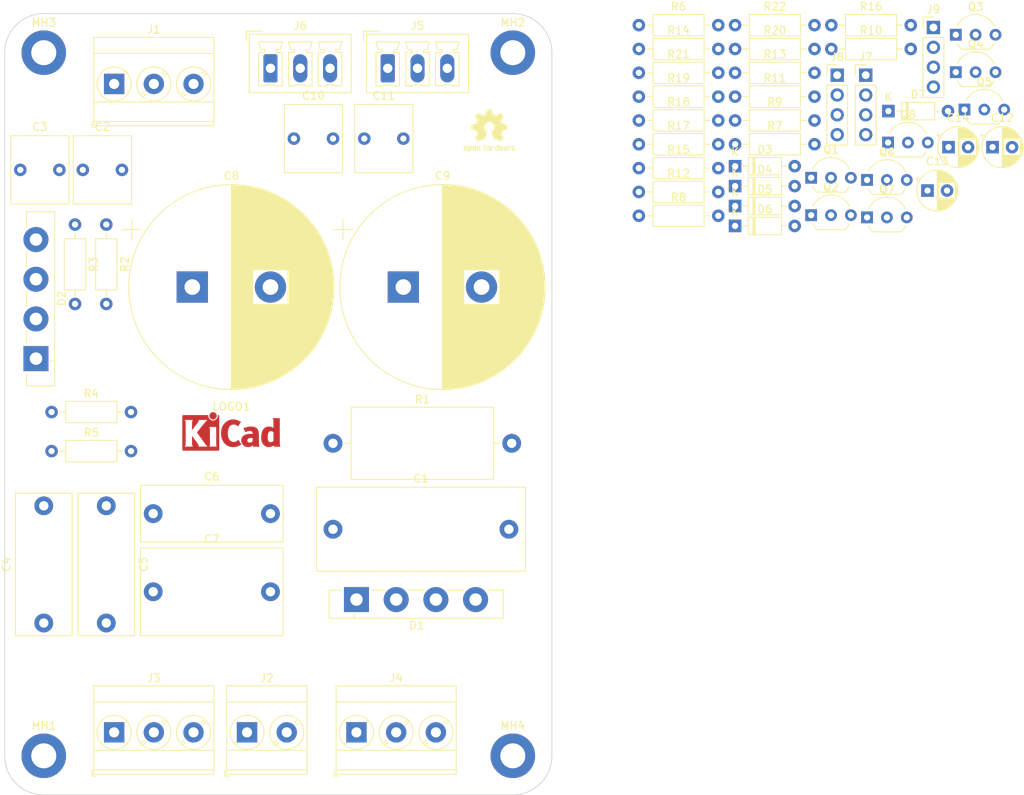
<source format=kicad_pcb>
(kicad_pcb (version 20171130) (host pcbnew 5.0.2-bee76a0~70~ubuntu18.04.1)
  (layers (0 F.Cu signal) (31 B.Cu signal) (34 B.Paste user) (35 F.Paste user) (36 B.SilkS user) (37 F.SilkS user) (38 B.Mask user) (39 F.Mask user) (44 Edge.Cuts user))
  (net 0 "")
  (net 1 GNDPWR)
  (net 2 Earth_Protective)
  (net 3 "Net-(C2-Pad2)")
  (net 4 "Net-(C3-Pad1)")
  (net 5 /ac_l)
  (net 6 /ac_n)
  (net 7 "Net-(C6-Pad1)")
  (net 8 /vcc)
  (net 9 /vee)
  (net 10 acs_p)
  (net 11 acs_n)
  (net 12 /ac_detect)
  (net 13 "Net-(C13-Pad1)")
  (net 14 "Net-(C14-Pad1)")
  (net 15 "Net-(D3-Pad1)")
  (net 16 "Net-(D5-Pad2)")
  (net 17 "Net-(D5-Pad1)")
  (net 18 "Net-(D6-Pad1)")
  (net 19 "Net-(D6-Pad2)")
  (net 20 /mute_control)
  (net 21 "Net-(D7-Pad2)")
  (net 22 "Net-(J7-Pad3)")
  (net 23 "Net-(J7-Pad1)")
  (net 24 /clipping)
  (net 25 "Net-(Q1-Pad2)")
  (net 26 "Net-(Q2-Pad1)")
  (net 27 "Net-(Q3-Pad1)")
  (net 28 "Net-(Q4-Pad1)")
  (net 29 "Net-(Q5-Pad1)")
  (net 30 "Net-(Q6-Pad2)")
  (module Capacitor_THT:C_Rect_L26.5mm_W10.5mm_P22.50mm_MKS4 (layer F.Cu) (at 102 106)
    (fp_text reference C1 (at 11.25 -6.5) (layer F.SilkS))
    (fp_text value 100n)
    (pad 1 thru_hole circle (at 0 0) (size 2.4 2.4) (drill 1.2) (layers *.Cu *.Mask) (net 1 GNDPWR))
    (pad 2 thru_hole circle (at 22.5 0) (size 2.4 2.4) (drill 1.2) (layers *.Cu *.Mask) (net 2 Earth_Protective))
  )
  (module Capacitor_THT:C_Rect_L7.2mm_W8.5mm_P5.00mm_FKP2_FKP2_MKS2_MKP2 (layer F.Cu) (at 70 60)
    (fp_text reference C2 (at 2.5 -5.5) (layer F.SilkS))
    (fp_text value 470n)
    (pad 1 thru_hole circle (at 0 0) (size 1.6 1.6) (drill 0.8) (layers *.Cu *.Mask) (net 10 acs_p))
    (pad 2 thru_hole circle (at 5 0) (size 1.6 1.6) (drill 0.8) (layers *.Cu *.Mask) (net 3 "Net-(C2-Pad2)"))
  )
  (module Capacitor_THT:C_Rect_L7.2mm_W8.5mm_P5.00mm_FKP2_FKP2_MKS2_MKP2 (layer F.Cu) (at 62 60)
    (fp_text reference C3 (at 2.5 -5.5) (layer F.SilkS))
    (fp_text value 470n)
    (pad 2 thru_hole circle (at 5 0) (size 1.6 1.6) (drill 0.8) (layers *.Cu *.Mask) (net 11 acs_n))
    (pad 1 thru_hole circle (at 0 0) (size 1.6 1.6) (drill 0.8) (layers *.Cu *.Mask) (net 4 "Net-(C3-Pad1)"))
  )
  (module Capacitor_THT:C_Rect_L18.0mm_W7.0mm_P15.00mm_FKS3_FKP3 (layer F.Cu) (at 65 118 90)
    (fp_text reference C4 (at 7.5 -4.75 90) (layer F.SilkS))
    (fp_text value 22n)
    (pad 1 thru_hole circle (at 0 0 90) (size 2.4 2.4) (drill 1.2) (layers *.Cu *.Mask) (net 5 /ac_l))
    (pad 2 thru_hole circle (at 15 0 90) (size 2.4 2.4) (drill 1.2) (layers *.Cu *.Mask) (net 2 Earth_Protective))
  )
  (module Capacitor_THT:C_Rect_L18.0mm_W7.0mm_P15.00mm_FKS3_FKP3 (layer F.Cu) (at 73 103 270)
    (fp_text reference C5 (at 7.5 -4.75 270) (layer F.SilkS))
    (fp_text value 22n)
    (pad 2 thru_hole circle (at 15 0 270) (size 2.4 2.4) (drill 1.2) (layers *.Cu *.Mask) (net 6 /ac_n))
    (pad 1 thru_hole circle (at 0 0 270) (size 2.4 2.4) (drill 1.2) (layers *.Cu *.Mask) (net 2 Earth_Protective))
  )
  (module Capacitor_THT:C_Rect_L18.0mm_W7.0mm_P15.00mm_FKS3_FKP3 (layer F.Cu) (at 79 104)
    (fp_text reference C6 (at 7.5 -4.75) (layer F.SilkS))
    (fp_text value 22n)
    (pad 1 thru_hole circle (at 0 0) (size 2.4 2.4) (drill 1.2) (layers *.Cu *.Mask) (net 7 "Net-(C6-Pad1)"))
    (pad 2 thru_hole circle (at 15 0) (size 2.4 2.4) (drill 1.2) (layers *.Cu *.Mask) (net 5 /ac_l))
  )
  (module Capacitor_THT:C_Rect_L18.0mm_W11.0mm_P15.00mm_FKS3_FKP3 (layer F.Cu) (at 79 114)
    (fp_text reference C7 (at 7.5 -6.75) (layer F.SilkS))
    (fp_text value 470n)
    (pad 1 thru_hole circle (at 0 0) (size 2.4 2.4) (drill 1.2) (layers *.Cu *.Mask) (net 6 /ac_n))
    (pad 2 thru_hole circle (at 15 0) (size 2.4 2.4) (drill 1.2) (layers *.Cu *.Mask) (net 7 "Net-(C6-Pad1)"))
  )
  (module Capacitor_THT:CP_Radial_D26.0mm_P10.00mm_SnapIn (layer F.Cu) (at 84 75)
    (fp_text reference C8 (at 5 -14.25) (layer F.SilkS))
    (fp_text value 6m8)
    (pad 2 thru_hole circle (at 10 0) (size 4 4) (drill 2) (layers *.Cu *.Mask) (net 1 GNDPWR))
    (pad 1 thru_hole rect (at 0 0) (size 4 4) (drill 2) (layers *.Cu *.Mask) (net 8 /vcc))
  )
  (module Capacitor_THT:CP_Radial_D26.0mm_P10.00mm_SnapIn (layer F.Cu) (at 111 75)
    (fp_text reference C9 (at 5 -14.25) (layer F.SilkS))
    (fp_text value 6m8)
    (pad 1 thru_hole rect (at 0 0) (size 4 4) (drill 2) (layers *.Cu *.Mask) (net 1 GNDPWR))
    (pad 2 thru_hole circle (at 10 0) (size 4 4) (drill 2) (layers *.Cu *.Mask) (net 9 /vee))
  )
  (module Capacitor_THT:C_Rect_L7.2mm_W8.5mm_P5.00mm_FKP2_FKP2_MKS2_MKP2 (layer F.Cu) (at 97 56)
    (fp_text reference C10 (at 2.5 -5.5) (layer F.SilkS))
    (fp_text value 470n)
    (pad 2 thru_hole circle (at 5 0) (size 1.6 1.6) (drill 0.8) (layers *.Cu *.Mask) (net 1 GNDPWR))
    (pad 1 thru_hole circle (at 0 0) (size 1.6 1.6) (drill 0.8) (layers *.Cu *.Mask) (net 8 /vcc))
  )
  (module Capacitor_THT:C_Rect_L7.2mm_W8.5mm_P5.00mm_FKP2_FKP2_MKS2_MKP2 (layer F.Cu) (at 106 56)
    (fp_text reference C11 (at 2.5 -5.5) (layer F.SilkS))
    (fp_text value 470n)
    (pad 1 thru_hole circle (at 0 0) (size 1.6 1.6) (drill 0.8) (layers *.Cu *.Mask) (net 1 GNDPWR))
    (pad 2 thru_hole circle (at 5 0) (size 1.6 1.6) (drill 0.8) (layers *.Cu *.Mask) (net 9 /vee))
  )
  (module Diode_THT:Diode_Bridge_Vishay_GBU (layer F.Cu) (at 105 115)
    (fp_text reference D1 (at 7.7 3.3 180) (layer F.SilkS))
    (fp_text value GBU2508F)
    (pad 4 thru_hole circle (at 15.24 0) (size 3.2 3.2) (drill 1.6) (layers *.Cu *.Mask) (net 1 GNDPWR))
    (pad 3 thru_hole circle (at 10.16 0) (size 3.2 3.2) (drill 1.6) (layers *.Cu *.Mask) (net 2 Earth_Protective))
    (pad 2 thru_hole circle (at 5.08 0) (size 3.2 3.2) (drill 1.6) (layers *.Cu *.Mask) (net 2 Earth_Protective))
    (pad 1 thru_hole rect (at 0 0) (size 3.2 3.2) (drill 1.6) (layers *.Cu *.Mask) (net 1 GNDPWR))
  )
  (module Diode_THT:Diode_Bridge_Vishay_GBU (layer F.Cu) (at 64 84.16 90)
    (fp_text reference D2 (at 7.7 3.3 270) (layer F.SilkS))
    (fp_text value GBU2508F)
    (pad 1 thru_hole rect (at 0 0 90) (size 3.2 3.2) (drill 1.6) (layers *.Cu *.Mask) (net 8 /vcc))
    (pad 2 thru_hole circle (at 5.08 0 90) (size 3.2 3.2) (drill 1.6) (layers *.Cu *.Mask) (net 11 acs_n))
    (pad 3 thru_hole circle (at 10.16 0 90) (size 3.2 3.2) (drill 1.6) (layers *.Cu *.Mask) (net 10 acs_p))
    (pad 4 thru_hole circle (at 15.24 0 90) (size 3.2 3.2) (drill 1.6) (layers *.Cu *.Mask) (net 9 /vee))
  )
  (module TerminalBlock_Phoenix:TerminalBlock_Phoenix_MKDS-3-3-5.08_1x03_P5.08mm_Horizontal (layer F.Cu) (at 74 49)
    (fp_text reference J1 (at 5.08 -6.96) (layer F.SilkS))
    (fp_text value tr_sec)
    (pad 1 thru_hole rect (at 0 0) (size 2.6 2.6) (drill 1.3) (layers *.Cu *.Mask) (net 10 acs_p))
    (pad 2 thru_hole circle (at 5.08 0) (size 2.6 2.6) (drill 1.3) (layers *.Cu *.Mask) (net 1 GNDPWR))
    (pad 3 thru_hole circle (at 10.16 0) (size 2.6 2.6) (drill 1.3) (layers *.Cu *.Mask) (net 11 acs_n))
  )
  (module TerminalBlock_Phoenix:TerminalBlock_Phoenix_MKDS-3-2-5.08_1x02_P5.08mm_Horizontal (layer F.Cu) (at 91 132)
    (fp_text reference J2 (at 2.54 -6.96) (layer F.SilkS))
    (fp_text value switch)
    (pad 1 thru_hole rect (at 0 0) (size 2.6 2.6) (drill 1.3) (layers *.Cu *.Mask) (net 7 "Net-(C6-Pad1)"))
    (pad 2 thru_hole circle (at 5.08 0) (size 2.6 2.6) (drill 1.3) (layers *.Cu *.Mask) (net 5 /ac_l))
  )
  (module TerminalBlock_Phoenix:TerminalBlock_Phoenix_MKDS-3-3-5.08_1x03_P5.08mm_Horizontal (layer F.Cu) (at 74 132)
    (fp_text reference J3 (at 5.08 -6.96) (layer F.SilkS))
    (fp_text value ac_input)
    (pad 1 thru_hole rect (at 0 0) (size 2.6 2.6) (drill 1.3) (layers *.Cu *.Mask) (net 5 /ac_l))
    (pad 2 thru_hole circle (at 5.08 0) (size 2.6 2.6) (drill 1.3) (layers *.Cu *.Mask) (net 2 Earth_Protective))
    (pad 3 thru_hole circle (at 10.16 0) (size 2.6 2.6) (drill 1.3) (layers *.Cu *.Mask) (net 6 /ac_n))
  )
  (module TerminalBlock_Phoenix:TerminalBlock_Phoenix_MKDS-3-3-5.08_1x03_P5.08mm_Horizontal (layer F.Cu) (at 105 132)
    (fp_text reference J4 (at 5.08 -6.96) (layer F.SilkS))
    (fp_text value tr_pri)
    (pad 3 thru_hole circle (at 10.16 0) (size 2.6 2.6) (drill 1.3) (layers *.Cu *.Mask) (net 6 /ac_n))
    (pad 2 thru_hole circle (at 5.08 0) (size 2.6 2.6) (drill 1.3) (layers *.Cu *.Mask) (net 2 Earth_Protective))
    (pad 1 thru_hole rect (at 0 0) (size 2.6 2.6) (drill 1.3) (layers *.Cu *.Mask) (net 7 "Net-(C6-Pad1)"))
  )
  (module Connector_Phoenix_MC:PhoenixContact_MCV_1,5_3-G-3.81_1x03_P3.81mm_Vertical (layer F.Cu) (at 109 47)
    (fp_text reference J5 (at 3.81 -5.45) (layer F.SilkS))
    (fp_text value power_1)
    (pad 1 thru_hole roundrect (at 0 0) (size 1.8 3.6) (drill 1.2) (layers *.Cu *.Mask) (roundrect_rratio 0.138889) (net 8 /vcc))
    (pad 2 thru_hole oval (at 3.81 0) (size 1.8 3.6) (drill 1.2) (layers *.Cu *.Mask) (net 1 GNDPWR))
    (pad 3 thru_hole oval (at 7.62 0) (size 1.8 3.6) (drill 1.2) (layers *.Cu *.Mask) (net 9 /vee))
  )
  (module Connector_Phoenix_MC:PhoenixContact_MCV_1,5_3-G-3.81_1x03_P3.81mm_Vertical (layer F.Cu) (at 94 47)
    (fp_text reference J6 (at 3.81 -5.45) (layer F.SilkS))
    (fp_text value power_2)
    (pad 3 thru_hole oval (at 7.62 0) (size 1.8 3.6) (drill 1.2) (layers *.Cu *.Mask) (net 9 /vee))
    (pad 2 thru_hole oval (at 3.81 0) (size 1.8 3.6) (drill 1.2) (layers *.Cu *.Mask) (net 1 GNDPWR))
    (pad 1 thru_hole roundrect (at 0 0) (size 1.8 3.6) (drill 1.2) (layers *.Cu *.Mask) (roundrect_rratio 0.138889) (net 8 /vcc))
  )
  (module Symbol:KiCad-Logo_5mm_Copper (layer F.Cu) (at 89 94)
    (fp_text reference LOGO1 (at 0 -3.7) (layer F.SilkS))
    (fp_text value Kicad_Logo)
    (fp_poly (pts (xy -2.9464 -2.510946) (xy -2.935535 -2.397007) (xy -2.903918 -2.289384) (xy -2.853015 -2.190385) (xy -2.784293 -2.102316) (xy -2.699219 -2.027484) (xy -2.602232 -1.969616) (xy -2.495964 -1.929995) (xy -2.38895 -1.911427) (xy -2.2833 -1.912566) (xy -2.181125 -1.93207) (xy -2.084534 -1.968594) (xy -1.995638 -2.020795) (xy -1.916546 -2.087327) (xy -1.849369 -2.166848) (xy -1.796217 -2.258013) (xy -1.759199 -2.359477) (xy -1.740427 -2.469898) (xy -1.738489 -2.519794) (xy -1.738489 -2.607733) (xy -1.68656 -2.607733) (xy -1.650253 -2.604889) (xy -1.623355 -2.593089) (xy -1.596249 -2.569351) (xy -1.557867 -2.530969) (xy -1.557867 -0.339398) (xy -1.557876 -0.077261) (xy -1.557908 0.163241) (xy -1.557972 0.383048) (xy -1.558076 0.583101) (xy -1.558227 0.764344) (xy -1.558434 0.927716) (xy -1.558706 1.07416) (xy -1.55905 1.204617) (xy -1.559474 1.320029) (xy -1.559987 1.421338) (xy -1.560597 1.509484) (xy -1.561312 1.58541) (xy -1.56214 1.650057) (xy -1.563089 1.704367) (xy -1.564167 1.74928) (xy -1.565383 1.78574) (xy -1.566745 1.814687) (xy -1.568261 1.837063) (xy -1.569938 1.853809) (xy -1.571786 1.865868) (xy -1.573813 1.87418) (xy -1.576025 1.879687) (xy -1.577108 1.881537) (xy -1.581271 1.888549) (xy -1.584805 1.894996) (xy -1.588635 1.9009) (xy -1.593682 1.906286) (xy -1.600871 1.911178) (xy -1.611123 1.915598) (xy -1.625364 1.919572) (xy -1.644514 1.923121) (xy -1.669499 1.92627) (xy -1.70124 1.929042) (xy -1.740662 1.931461) (xy -1.788686 1.933551) (xy -1.846237 1.935335) (xy -1.914237 1.936837) (xy -1.99361 1.93808) (xy -2.085279 1.939089) (xy -2.190166 1.939885) (xy -2.309196 1.940494) (xy -2.44329 1.940939) (xy -2.593373 1.941243) (xy -2.760367 1.94143) (xy -2.945196 1.941524) (xy -3.148783 1.941548) (xy -3.37205 1.941525) (xy -3.615922 1.94148) (xy -3.881321 1.941437) (xy -3.919704 1.941432) (xy -4.186682 1.941389) (xy -4.432002 1.941318) (xy -4.656583 1.941213) (xy -4.861345 1.941066) (xy -5.047206 1.940869) (xy -5.215088 1.940616) (xy -5.365908 1.9403) (xy -5.500587 1.939913) (xy -5.620044 1.939447) (xy -5.725199 1.938897) (xy -5.816971 1.938253) (xy -5.896279 1.937511) (xy -5.964043 1.936661) (xy -6.021182 1.935697) (xy -6.068617 1.934611) (xy -6.107266 1.933397) (xy -6.138049 1.932047) (xy -6.161885 1.930555) (xy -6.179694 1.928911) (xy -6.192395 1.927111) (xy -6.200908 1.925145) (xy -6.205266 1.923477) (xy -6.213728 1.919906) (xy -6.221497 1.91727) (xy -6.228602 1.914634) (xy -6.235073 1.911062) (xy -6.240939 1.905621) (xy -6.246229 1.897375) (xy -6.250974 1.88539) (xy -6.255202 1.868731) (xy -6.258943 1.846463) (xy -6.262227 1.817652) (xy -6.265083 1.781363) (xy -6.26754 1.736661) (xy -6.269629 1.682611) (xy -6.271378 1.618279) (xy -6.272817 1.54273) (xy -6.273976 1.45503) (xy -6.274883 1.354243) (xy -6.275569 1.239434) (xy -6.276063 1.10967) (xy -6.276395 0.964015) (xy -6.276593 0.801535) (xy -6.276687 0.621295) (xy -6.276708 0.42236) (xy -6.276685 0.203796) (xy -6.276646 -0.035332) (xy -6.276622 -0.29596) (xy -6.276622 -0.338111) (xy -6.276636 -0.601008) (xy -6.276661 -0.842268) (xy -6.276671 -1.062835) (xy -6.276642 -1.263648) (xy -6.276548 -1.445651) (xy -6.276362 -1.609784) (xy -6.276059 -1.756989) (xy -6.275614 -1.888208) (xy -6.275034 -1.998133) (xy -5.972197 -1.998133) (xy -5.932407 -1.940289) (xy -5.921236 -1.924521) (xy -5.911166 -1.910559) (xy -5.902138 -1.897216) (xy -5.894097 -1.883307) (xy -5.886986 -1.867644) (xy -5.880747 -1.849042) (xy -5.875325 -1.826314) (xy -5.870662 -1.798273) (xy -5.866701 -1.763733) (xy -5.863385 -1.721508) (xy -5.860659 -1.670411) (xy -5.858464 -1.609256) (xy -5.856745 -1.536856) (xy -5.855444 -1.452025) (xy -5.854505 -1.353578) (xy -5.85387 -1.240326) (xy -5.853484 -1.111084) (xy -5.853288 -0.964666) (xy -5.853227 -0.799884) (xy -5.853243 -0.615553) (xy -5.85328 -0.410487) (xy -5.853289 -0.287867) (xy -5.853265 -0.070918) (xy -5.853231 0.124642) (xy -5.853243 0.299999) (xy -5.853358 0.456341) (xy -5.85363 0.594857) (xy -5.854118 0.716734) (xy -5.854876 0.82316) (xy -5.855962 0.915322) (xy -5.857431 0.994409) (xy -5.85934 1.061608) (xy -5.861744 1.118107) (xy -5.864701 1.165093) (xy -5.868266 1.203755) (xy -5.872495 1.23528) (xy -5.877446 1.260855) (xy -5.883173 1.28167) (xy -5.889733 1.298911) (xy -5.897183 1.313765) (xy -5.905579 1.327422) (xy -5.914976 1.341069) (xy -5.925432 1.355893) (xy -5.931523 1.364783) (xy -5.970296 1.4224) (xy -5.438732 1.4224) (xy -5.315483 1.422365) (xy -5.212987 1.422215) (xy -5.12942 1.421878) (xy -5.062956 1.421286) (xy -5.011771 1.420367) (xy -4.974041 1.419051) (xy -4.94794 1.417269) (xy -4.931644 1.414951) (xy -4.923328 1.412026) (xy -4.921168 1.408424) (xy -4.923339 1.404075) (xy -4.924535 1.402645) (xy -4.949685 1.365573) (xy -4.975583 1.312772) (xy -4.999192 1.25077) (xy -5.007461 1.224357) (xy -5.012078 1.206416) (xy -5.015979 1.185355) (xy -5.019248 1.159089) (xy -5.021966 1.125532) (xy -5.024215 1.082599) (xy -5.026077 1.028204) (xy -5.027636 0.960262) (xy -5.028972 0.876688) (xy -5.030169 0.775395) (xy -5.031308 0.6543) (xy -5.031685 0.6096) (xy -5.032702 0.484449) (xy -5.03346 0.380082) (xy -5.033903 0.294707) (xy -5.03397 0.226533) (xy -5.033605 0.173765) (xy -5.032748 0.134614) (xy -5.031341 0.107285) (xy -5.029325 0.089986) (xy -5.026643 0.080926) (xy -5.023236 0.078312) (xy -5.019044 0.080351) (xy -5.014571 0.084667) (xy -5.004216 0.097602) (xy -4.982158 0.126676) (xy -4.949957 0.169759) (xy -4.909174 0.224718) (xy -4.86137 0.289423) (xy -4.808105 0.361742) (xy -4.75094 0.439544) (xy -4.691437 0.520698) (xy -4.631155 0.603072) (xy -4.571655 0.684536) (xy -4.514498 0.762957) (xy -4.461245 0.836204) (xy -4.413457 0.902147) (xy -4.372693 0.958654) (xy -4.340516 1.003593) (xy -4.318485 1.034834) (xy -4.313917 1.041466) (xy -4.290996 1.078369) (xy -4.264188 1.126359) (xy -4.238789 1.175897) (xy -4.235568 1.182577) (xy -4.21389 1.230772) (xy -4.201304 1.268334) (xy -4.195574 1.30416) (xy -4.194456 1.3462) (xy -4.19509 1.4224) (xy -3.040651 1.4224) (xy -3.131815 1.328669) (xy -3.178612 1.278775) (xy -3.228899 1.222295) (xy -3.274944 1.168026) (xy -3.295369 1.142673) (xy -3.325807 1.103128) (xy -3.365862 1.049916) (xy -3.414361 0.984667) (xy -3.470135 0.909011) (xy -3.532011 0.824577) (xy -3.598819 0.732994) (xy -3.669387 0.635892) (xy -3.742545 0.534901) (xy -3.817121 0.43165) (xy -3.891944 0.327768) (xy -3.965843 0.224885) (xy -4.037646 0.124631) (xy -4.106184 0.028636) (xy -4.170284 -0.061473) (xy -4.228775 -0.144064) (xy -4.280486 -0.217508) (xy -4.324247 -0.280176) (xy -4.358885 -0.330439) (xy -4.38323 -0.366666) (xy -4.396111 -0.387229) (xy -4.397869 -0.391332) (xy -4.38991 -0.402658) (xy -4.369115 -0.429838) (xy -4.336847 -0.471171) (xy -4.29447 -0.524956) (xy -4.243347 -0.589494) (xy -4.184841 -0.663082) (xy -4.120314 -0.744022) (xy -4.051131 -0.830612) (xy -3.978653 -0.921152) (xy -3.904246 -1.01394) (xy -3.844517 -1.088298) (xy -2.833511 -1.088298) (xy -2.827602 -1.075341) (xy -2.813272 -1.053092) (xy -2.812225 -1.051609) (xy -2.793438 -1.021456) (xy -2.773791 -0.984625) (xy -2.769892 -0.976489) (xy -2.766356 -0.96806) (xy -2.76323 -0.957941) (xy -2.760486 -0.94474) (xy -2.758092 -0.927062) (xy -2.756019 -0.903516) (xy -2.754235 -0.872707) (xy -2.752712 -0.833243) (xy -2.751419 -0.783731) (xy -2.750326 -0.722777) (xy -2.749403 -0.648989) (xy -2.748619 -0.560972) (xy -2.747945 -0.457335) (xy -2.74735 -0.336684) (xy -2.746805 -0.197626) (xy -2.746279 -0.038768) (xy -2.745745 0.140089) (xy -2.745206 0.325207) (xy -2.744772 0.489145) (xy -2.744509 0.633303) (xy -2.744484 0.759079) (xy -2.744765 0.867871) (xy -2.745419 0.961077) (xy -2.746514 1.040097) (xy -2.748118 1.106328) (xy -2.750297 1.16117) (xy -2.753119 1.206021) (xy -2.756651 1.242278) (xy -2.760961 1.271341) (xy -2.766117 1.294609) (xy -2.772185 1.313479) (xy -2.779233 1.329351) (xy -2.787329 1.343622) (xy -2.79654 1.357691) (xy -2.80504 1.370158) (xy -2.822176 1.396452) (xy -2.832322 1.414037) (xy -2.833511 1.417257) (xy -2.822604 1.418334) (xy -2.791411 1.419335) (xy -2.742223 1.420235) (xy -2.677333 1.42101) (xy -2.59903 1.421637) (xy -2.509607 1.422091) (xy -2.411356 1.422349) (xy -2.342445 1.4224) (xy -2.237452 1.42218) (xy -2.14061 1.421548) (xy -2.054107 1.420549) (xy -1.980132 1.419227) (xy -1.920874 1.417626) (xy -1.87852 1.415791) (xy -1.85526 1.413765) (xy -1.851378 1.412493) (xy -1.859076 1.397591) (xy -1.867074 1.38956) (xy -1.880246 1.372434) (xy -1.897485 1.342183) (xy -1.909407 1.317622) (xy -1.936045 1.258711) (xy -1.93912 0.081845) (xy -1.942195 -1.095022) (xy -2.387853 -1.095022) (xy -2.48567 -1.094858) (xy -2.576064 -1.094389) (xy -2.65663 -1.093653) (xy -2.724962 -1.092684) (xy -2.778656 -1.09152) (xy -2.815305 -1.090197) (xy -2.832504 -1.088751) (xy -2.833511 -1.088298) (xy -3.844517 -1.088298) (xy -3.82927 -1.107278) (xy -3.75509 -1.199463) (xy -3.683069 -1.288796) (xy -3.614569 -1.373576) (xy -3.550955 -1.452102) (xy -3.493588 -1.522674) (xy -3.443833 -1.583591) (xy -3.403052 -1.633153) (xy -3.385888 -1.653822) (xy -3.299596 -1.754484) (xy -3.222997 -1.837741) (xy -3.154183 -1.905562) (xy -3.091248 -1.959911) (xy -3.081867 -1.967278) (xy -3.042356 -1.997883) (xy -4.174116 -1.998133) (xy -4.168827 -1.950156) (xy -4.17213 -1.892812) (xy -4.193661 -1.824537) (xy -4.233635 -1.744788) (xy -4.278943 -1.672505) (xy -4.295161 -1.64986) (xy -4.323214 -1.612304) (xy -4.36143 -1.561979) (xy -4.408137 -1.501027) (xy -4.461661 -1.431589) (xy -4.520331 -1.355806) (xy -4.582475 -1.27582) (xy -4.646421 -1.193772) (xy -4.710495 -1.111804) (xy -4.773027 -1.032057) (xy -4.832343 -0.956673) (xy -4.886771 -0.887793) (xy -4.934639 -0.827558) (xy -4.974275 -0.778111) (xy -5.004006 -0.741592) (xy -5.022161 -0.720142) (xy -5.02522 -0.716844) (xy -5.028079 -0.724851) (xy -5.030293 -0.755145) (xy -5.031857 -0.807444) (xy -5.032767 -0.881469) (xy -5.03302 -0.976937) (xy -5.032613 -1.093566) (xy -5.031704 -1.213555) (xy -5.030382 -1.345667) (xy -5.028857 -1.457406) (xy -5.026881 -1.550975) (xy -5.024206 -1.628581) (xy -5.020582 -1.692426) (xy -5.015761 -1.744717) (xy -5.009494 -1.787656) (xy -5.001532 -1.823449) (xy -4.991627 -1.8543) (xy -4.979531 -1.882414) (xy -4.964993 -1.909995) (xy -4.950311 -1.935034) (xy -4.912314 -1.998133) (xy -5.972197 -1.998133) (xy -6.275034 -1.998133) (xy -6.275001 -2.004383) (xy -6.274195 -2.106456) (xy -6.27317 -2.195367) (xy -6.2719 -2.272059) (xy -6.27036 -2.337473) (xy -6.268524 -2.392551) (xy -6.266367 -2.438235) (xy -6.263863 -2.475466) (xy -6.260987 -2.505187) (xy -6.257713 -2.528338) (xy -6.254015 -2.545861) (xy -6.249869 -2.558699) (xy -6.245247 -2.567792) (xy -6.240126 -2.574082) (xy -6.234478 -2.578512) (xy -6.228279 -2.582022) (xy -6.221504 -2.585555) (xy -6.215508 -2.589124) (xy -6.210275 -2.5917) (xy -6.202099 -2.594028) (xy -6.189886 -2.596122) (xy -6.172541 -2.597993) (xy -6.148969 -2.599653) (xy -6.118077 -2.601116) (xy -6.078768 -2.602392) (xy -6.02995 -2.603496) (xy -5.970527 -2.604439) (xy -5.899404 -2.605233) (xy -5.815488 -2.605891) (xy -5.717683 -2.606425) (xy -5.604894 -2.606847) (xy -5.476029 -2.607171) (xy -5.329991 -2.607408) (xy -5.165686 -2.60757) (xy -4.98202 -2.60767) (xy -4.777897 -2.60772) (xy -4.566753 -2.607733) (xy -2.9464 -2.607733) (xy -2.9464 -2.510946)) (layer F.Cu) (width 0.01))
    (fp_poly (pts (xy 0.328429 -2.050929) (xy 0.48857 -2.029755) (xy 0.65251 -1.989615) (xy 0.822313 -1.930111) (xy 1.000043 -1.850846) (xy 1.01131 -1.845301) (xy 1.069005 -1.817275) (xy 1.120552 -1.793198) (xy 1.162191 -1.774751) (xy 1.190162 -1.763614) (xy 1.199733 -1.761067) (xy 1.21895 -1.756059) (xy 1.223561 -1.751853) (xy 1.218458 -1.74142) (xy 1.202418 -1.715132) (xy 1.177288 -1.675743) (xy 1.144914 -1.626009) (xy 1.107143 -1.568685) (xy 1.065822 -1.506524) (xy 1.022798 -1.442282) (xy 0.979917 -1.378715) (xy 0.939026 -1.318575) (xy 0.901971 -1.26462) (xy 0.8706 -1.219603) (xy 0.846759 -1.186279) (xy 0.832294 -1.167403) (xy 0.830309 -1.165213) (xy 0.820191 -1.169862) (xy 0.79785 -1.187038) (xy 0.76728 -1.21356) (xy 0.751536 -1.228036) (xy 0.655047 -1.303318) (xy 0.548336 -1.358759) (xy 0.432832 -1.393859) (xy 0.309962 -1.40812) (xy 0.240561 -1.406949) (xy 0.119423 -1.389788) (xy 0.010205 -1.353906) (xy -0.087418 -1.299041) (xy -0.173772 -1.22493) (xy -0.249185 -1.131312) (xy -0.313982 -1.017924) (xy -0.351399 -0.931333) (xy -0.395252 -0.795634) (xy -0.427572 -0.64815) (xy -0.448443 -0.492686) (xy -0.457949 -0.333044) (xy -0.456173 -0.173027) (xy -0.443197 -0.016439) (xy -0.419106 0.132918) (xy -0.383982 0.27124) (xy -0.337908 0.394724) (xy -0.321627 0.428978) (xy -0.25338 0.543064) (xy -0.172921 0.639557) (xy -0.08143 0.71767) (xy 0.019911 0.776617) (xy 0.12992 0.815612) (xy 0.247415 0.833868) (xy 0.288883 0.835211) (xy 0.410441 0.82429) (xy 0.530878 0.791474) (xy 0.648666 0.737439) (xy 0.762277 0.662865) (xy 0.853685 0.584539) (xy 0.900215 0.540008) (xy 1.081483 0.837271) (xy 1.12658 0.911433) (xy 1.167819 0.979646) (xy 1.203735 1.039459) (xy 1.232866 1.08842) (xy 1.25375 1.124079) (xy 1.264924 1.143984) (xy 1.266375 1.147079) (xy 1.258146 1.156718) (xy 1.232567 1.173999) (xy 1.192873 1.197283) (xy 1.142297 1.224934) (xy 1.084074 1.255315) (xy 1.021437 1.28679) (xy 0.957621 1.317722) (xy 0.89586 1.346473) (xy 0.839388 1.371408) (xy 0.791438 1.390889) (xy 0.767986 1.399318) (xy 0.634221 1.437133) (xy 0.496327 1.462136) (xy 0.348622 1.47514) (xy 0.221833 1.477468) (xy 0.153878 1.476373) (xy 0.088277 1.474275) (xy 0.030847 1.471434) (xy -0.012597 1.468106) (xy -0.026702 1.466422) (xy -0.165716 1.437587) (xy -0.307243 1.392468) (xy -0.444725 1.33375) (xy -0.571606 1.26412) (xy -0.649111 1.211441) (xy -0.776519 1.103239) (xy -0.894822 0.976671) (xy -1.001828 0.834866) (xy -1.095348 0.680951) (xy -1.17319 0.518053) (xy -1.217044 0.400756) (xy -1.267292 0.217128) (xy -1.300791 0.022581) (xy -1.317551 -0.178675) (xy -1.317584 -0.382432) (xy -1.300899 -0.584479) (xy -1.267507 -0.780608) (xy -1.21742 -0.966609) (xy -1.213603 -0.978197) (xy -1.150719 -1.14025) (xy -1.073972 -1.288168) (xy -0.980758 -1.426135) (xy -0.868473 -1.558339) (xy -0.824608 -1.603601) (xy -0.688466 -1.727543) (xy -0.548509 -1.830085) (xy -0.402589 -1.912344) (xy -0.248558 -1.975436) (xy -0.084268 -2.020477) (xy 0.011289 -2.037967) (xy 0.170023 -2.053534) (xy 0.328429 -2.050929)) (layer F.Cu) (width 0.01))
    (fp_poly (pts (xy 2.673574 -1.133448) (xy 2.825492 -1.113433) (xy 2.960756 -1.079798) (xy 3.080239 -1.032275) (xy 3.184815 -0.970595) (xy 3.262424 -0.907035) (xy 3.331265 -0.832901) (xy 3.385006 -0.753129) (xy 3.42791 -0.660909) (xy 3.443384 -0.617839) (xy 3.456244 -0.578858) (xy 3.467446 -0.542711) (xy 3.47712 -0.507566) (xy 3.485396 -0.47159) (xy 3.492403 -0.43295) (xy 3.498272 -0.389815) (xy 3.503131 -0.340351) (xy 3.50711 -0.282727) (xy 3.51034 -0.215109) (xy 3.512949 -0.135666) (xy 3.515067 -0.042564) (xy 3.516824 0.066027) (xy 3.518349 0.191942) (xy 3.519772 0.337012) (xy 3.521025 0.479778) (xy 3.522351 0.635968) (xy 3.523556 0.771239) (xy 3.524766 0.887246) (xy 3.526106 0.985645) (xy 3.5277 1.068093) (xy 3.529675 1.136246) (xy 3.532156 1.19176) (xy 3.535269 1.236292) (xy 3.539138 1.271498) (xy 3.543889 1.299034) (xy 3.549648 1.320556) (xy 3.556539 1.337722) (xy 3.564689 1.352186) (xy 3.574223 1.365606) (xy 3.585266 1.379638) (xy 3.589566 1.385071) (xy 3.605386 1.40791) (xy 3.612422 1.423463) (xy 3.612444 1.423922) (xy 3.601567 1.426121) (xy 3.570582 1.428147) (xy 3.521957 1.429942) (xy 3.458163 1.431451) (xy 3.381669 1.432616) (xy 3.294944 1.43338) (xy 3.200457 1.433686) (xy 3.18955 1.433689) (xy 2.766657 1.433689) (xy 2.763395 1.337622) (xy 2.760133 1.241556) (xy 2.698044 1.292543) (xy 2.600714 1.360057) (xy 2.490813 1.414749) (xy 2.404349 1.444978) (xy 2.335278 1.459666) (xy 2.251925 1.469659) (xy 2.162159 1.474646) (xy 2.073845 1.474313) (xy 1.994851 1.468351) (xy 1.958622 1.462638) (xy 1.818603 1.424776) (xy 1.692178 1.369932) (xy 1.58026 1.298924) (xy 1.483762 1.212568) (xy 1.4036 1.111679) (xy 1.340687 0.997076) (xy 1.296312 0.870984) (xy 1.283978 0.814401) (xy 1.276368 0.752202) (xy 1.272739 0.677363) (xy 1.272245 0.643467) (xy 1.27231 0.640282) (xy 2.032248 0.640282) (xy 2.041541 0.715333) (xy 2.069728 0.77916) (xy 2.118197 0.834798) (xy 2.123254 0.839211) (xy 2.171548 0.874037) (xy 2.223257 0.89662) (xy 2.283989 0.90854) (xy 2.359352 0.911383) (xy 2.377459 0.910978) (xy 2.431278 0.908325) (xy 2.471308 0.902909) (xy 2.506324 0.892745) (xy 2.545103 0.87585) (xy 2.555745 0.870672) (xy 2.616396 0.834844) (xy 2.663215 0.792212) (xy 2.675952 0.776973) (xy 2.720622 0.720462) (xy 2.720622 0.524586) (xy 2.720086 0.445939) (xy 2.718396 0.387988) (xy 2.715428 0.348875) (xy 2.711057 0.326741) (xy 2.706972 0.320274) (xy 2.691047 0.317111) (xy 2.657264 0.314488) (xy 2.61034 0.312655) (xy 2.554993 0.311857) (xy 2.546106 0.311842) (xy 2.42533 0.317096) (xy 2.32266 0.333263) (xy 2.236106 0.360961) (xy 2.163681 0.400808) (xy 2.108751 0.447758) (xy 2.064204 0.505645) (xy 2.03948 0.568693) (xy 2.032248 0.640282) (xy 1.27231 0.640282) (xy 1.274178 0.549712) (xy 1.282522 0.470812) (xy 1.298768 0.39959) (xy 1.324405 0.328864) (xy 1.348401 0.276493) (xy 1.40702 0.181196) (xy 1.485117 0.09317) (xy 1.580315 0.014017) (xy 1.690238 -0.05466) (xy 1.81251 -0.111259) (xy 1.944755 -0.154179) (xy 2.009422 -0.169118) (xy 2.145604 -0.191223) (xy 2.294049 -0.205806) (xy 2.445505 -0.212187) (xy 2.572064 -0.210555) (xy 2.73395 -0.203776) (xy 2.72653 -0.262755) (xy 2.707238 -0.361908) (xy 2.676104 -0.442628) (xy 2.632269 -0.505534) (xy 2.574871 -0.551244) (xy 2.503048 -0.580378) (xy 2.415941 -0.593553) (xy 2.312686 -0.591389) (xy 2.274711 -0.587388) (xy 2.13352 -0.56222) (xy 1.996707 -0.521186) (xy 1.902178 -0.483185) (xy 1.857018 -0.46381) (xy 1.818585 -0.44824) (xy 1.792234 -0.438595) (xy 1.784546 -0.436548) (xy 1.774802 -0.445626) (xy 1.758083 -0.474595) (xy 1.734232 -0.523783) (xy 1.703093 -0.593516) (xy 1.664507 -0.684121) (xy 1.65791 -0.699911) (xy 1.627853 -0.772228) (xy 1.600874 -0.837575) (xy 1.578136 -0.893094) (xy 1.560806 -0.935928) (xy 1.550048 -0.963219) (xy 1.546941 -0.972058) (xy 1.55694 -0.976813) (xy 1.583217 -0.98209) (xy 1.611489 -0.985769) (xy 1.641646 -0.990526) (xy 1.689433 -0.999972) (xy 1.750612 -1.01318) (xy 1.820946 -1.029224) (xy 1.896194 -1.04718) (xy 1.924755 -1.054203) (xy 2.029816 -1.079791) (xy 2.11748 -1.099853) (xy 2.192068 -1.115031) (xy 2.257903 -1.125965) (xy 2.319307 -1.133296) (xy 2.380602 -1.137665) (xy 2.44611 -1.139713) (xy 2.504128 -1.140111) (xy 2.673574 -1.133448)) (layer F.Cu) (width 0.01))
    (fp_poly (pts (xy 6.186507 -0.527755) (xy 6.186526 -0.293338) (xy 6.186552 -0.080397) (xy 6.186625 0.112168) (xy 6.186782 0.285459) (xy 6.187064 0.440576) (xy 6.187509 0.57862) (xy 6.188156 0.700692) (xy 6.189045 0.807894) (xy 6.190213 0.901326) (xy 6.191701 0.98209) (xy 6.193546 1.051286) (xy 6.195789 1.110015) (xy 6.198469 1.159379) (xy 6.201623 1.200478) (xy 6.205292 1.234413) (xy 6.209513 1.262286) (xy 6.214327 1.285198) (xy 6.219773 1.304249) (xy 6.225888 1.32054) (xy 6.232712 1.335173) (xy 6.240285 1.349249) (xy 6.248645 1.363868) (xy 6.253839 1.372974) (xy 6.288104 1.433689) (xy 5.429955 1.433689) (xy 5.429955 1.337733) (xy 5.429224 1.29437) (xy 5.427272 1.261205) (xy 5.424463 1.243424) (xy 5.423221 1.241778) (xy 5.411799 1.248662) (xy 5.389084 1.266505) (xy 5.366385 1.285879) (xy 5.3118 1.326614) (xy 5.242321 1.367617) (xy 5.16527 1.405123) (xy 5.087965 1.435364) (xy 5.057113 1.445012) (xy 4.988616 1.459578) (xy 4.905764 1.469539) (xy 4.816371 1.474583) (xy 4.728248 1.474396) (xy 4.649207 1.468666) (xy 4.611511 1.462858) (xy 4.473414 1.424797) (xy 4.346113 1.367073) (xy 4.230292 1.290211) (xy 4.126637 1.194739) (xy 4.035833 1.081179) (xy 3.969031 0.970381) (xy 3.914164 0.853625) (xy 3.872163 0.734276) (xy 3.842167 0.608283) (xy 3.823311 0.471594) (xy 3.814732 0.320158) (xy 3.814006 0.242711) (xy 3.8161 0.185934) (xy 4.645217 0.185934) (xy 4.645424 0.279002) (xy 4.648337 0.366692) (xy 4.654 0.443772) (xy 4.662455 0.505009) (xy 4.665038 0.51735) (xy 4.69684 0.624633) (xy 4.738498 0.711658) (xy 4.790363 0.778642) (xy 4.852781 0.825805) (xy 4.9261 0.853365) (xy 5.010669 0.861541) (xy 5.106835 0.850551) (xy 5.170311 0.834829) (xy 5.219454 0.816639) (xy 5.273583 0.790791) (xy 5.314244 0.767089) (xy 5.3848 0.720721) (xy 5.3848 -0.42947) (xy 5.317392 -0.473038) (xy 5.238867 -0.51396) (xy 5.154681 -0.540611) (xy 5.069557 -0.552535) (xy 4.988216 -0.549278) (xy 4.91538 -0.530385) (xy 4.883426 -0.514816) (xy 4.825501 -0.471819) (xy 4.776544 -0.415047) (xy 4.73539 -0.342425) (xy 4.700874 -0.251879) (xy 4.671833 -0.141334) (xy 4.670552 -0.135467) (xy 4.660381 -0.073212) (xy 4.652739 0.004594) (xy 4.64767 0.09272) (xy 4.645217 0.185934) (xy 3.8161 0.185934) (xy 3.821857 0.029895) (xy 3.843802 -0.165941) (xy 3.879786 -0.344668) (xy 3.929759 -0.506155) (xy 3.993668 -0.650274) (xy 4.071462 -0.776894) (xy 4.163089 -0.885885) (xy 4.268497 -0.977117) (xy 4.313662 -1.008068) (xy 4.414611 -1.064215) (xy 4.517901 -1.103826) (xy 4.627989 -1.127986) (xy 4.74933 -1.137781) (xy 4.841836 -1.136735) (xy 4.97149 -1.125769) (xy 5.084084 -1.103954) (xy 5.182875 -1.070286) (xy 5.271121 -1.023764) (xy 5.319986 -0.989552) (xy 5.349353 -0.967638) (xy 5.371043 -0.952667) (xy 5.379253 -0.948267) (xy 5.380868 -0.959096) (xy 5.382159 -0.989749) (xy 5.383138 -1.037474) (xy 5.383817 -1.099521) (xy 5.38421 -1.173138) (xy 5.38433 -1.255573) (xy 5.384188 -1.344075) (xy 5.383797 -1.435893) (xy 5.383171 -1.528276) (xy 5.38232 -1.618472) (xy 5.38126 -1.703729) (xy 5.380001 -1.781297) (xy 5.378556 -1.848424) (xy 5.376938 -1.902359) (xy 5.375161 -1.94035) (xy 5.374669 -1.947333) (xy 5.367092 -2.017749) (xy 5.355531 -2.072898) (xy 5.337792 -2.120019) (xy 5.311682 -2.166353) (xy 5.305415 -2.175933) (xy 5.280983 -2.212622) (xy 6.186311 -2.212622) (xy 6.186507 -0.527755)) (layer F.Cu) (width 0.01))
    (fp_poly (pts (xy -2.273043 -2.973429) (xy -2.176768 -2.949191) (xy -2.090184 -2.906359) (xy -2.015373 -2.846581) (xy -1.954418 -2.771506) (xy -1.909399 -2.68278) (xy -1.883136 -2.58647) (xy -1.877286 -2.489205) (xy -1.89214 -2.395346) (xy -1.92584 -2.307489) (xy -1.976528 -2.22823) (xy -2.042345 -2.160164) (xy -2.121434 -2.105888) (xy -2.211934 -2.067998) (xy -2.2632 -2.055574) (xy -2.307698 -2.048053) (xy -2.341999 -2.045081) (xy -2.37496 -2.046906) (xy -2.415434 -2.053775) (xy -2.448531 -2.06075) (xy -2.541947 -2.092259) (xy -2.625619 -2.143383) (xy -2.697665 -2.212571) (xy -2.7562 -2.298272) (xy -2.770148 -2.325511) (xy -2.786586 -2.361878) (xy -2.796894 -2.392418) (xy -2.80246 -2.42455) (xy -2.804669 -2.465693) (xy -2.804948 -2.511778) (xy -2.800861 -2.596135) (xy -2.787446 -2.665414) (xy -2.762256 -2.726039) (xy -2.722846 -2.784433) (xy -2.684298 -2.828698) (xy -2.612406 -2.894516) (xy -2.537313 -2.939947) (xy -2.454562 -2.96715) (xy -2.376928 -2.977424) (xy -2.273043 -2.973429)) (layer F.Cu) (width 0.01))
  )
  (module Symbol:OSHW-Logo2_7.3x6mm_SilkScreen (layer F.Cu) (at 122 55)
    (fp_text reference LOGO2 hide)
    (fp_text value Kicad_Logo hide)
  )
  (module MountingHole:MountingHole_3.2mm_M3_ISO7380_Pad (layer F.Cu) (at 65 135)
    (fp_text reference MH1 (at 0 -3.85) (layer F.SilkS))
    (fp_text value MountingHole)
    (pad 1 thru_hole circle (at 0 0) (size 5.7 5.7) (drill 3.2) (layers *.Cu *.Mask))
  )
  (module MountingHole:MountingHole_3.2mm_M3_ISO7380_Pad (layer F.Cu) (at 125 45)
    (fp_text reference MH2 (at 0 -3.85) (layer F.SilkS))
    (fp_text value MountingHole)
    (pad 1 thru_hole circle (at 0 0) (size 5.7 5.7) (drill 3.2) (layers *.Cu *.Mask))
  )
  (module MountingHole:MountingHole_3.2mm_M3_ISO7380_Pad (layer F.Cu) (at 65 45)
    (fp_text reference MH3 (at 0 -3.85) (layer F.SilkS))
    (fp_text value MountingHole)
    (pad 1 thru_hole circle (at 0 0) (size 5.7 5.7) (drill 3.2) (layers *.Cu *.Mask))
  )
  (module MountingHole:MountingHole_3.2mm_M3_ISO7380_Pad (layer F.Cu) (at 125 135)
    (fp_text reference MH4 (at 0 -3.85) (layer F.SilkS))
    (fp_text value MountingHole)
    (pad 1 thru_hole circle (at 0 0) (size 5.7 5.7) (drill 3.2) (layers *.Cu *.Mask))
  )
  (module Resistor_THT:R_Axial_DIN0918_L18.0mm_D9.0mm_P22.86mm_Horizontal (layer F.Cu) (at 102 95)
    (fp_text reference R1 (at 11.43 -5.62) (layer F.SilkS))
    (fp_text value 10)
    (pad 1 thru_hole circle (at 0 0) (size 2.4 2.4) (drill 1.2) (layers *.Cu *.Mask) (net 1 GNDPWR))
    (pad 2 thru_hole oval (at 22.86 0) (size 2.4 2.4) (drill 1.2) (layers *.Cu *.Mask) (net 2 Earth_Protective))
  )
  (module Resistor_THT:R_Axial_DIN0207_L6.3mm_D2.5mm_P10.16mm_Horizontal (layer F.Cu) (at 73 67 270)
    (fp_text reference R2 (at 5.08 -2.37 270) (layer F.SilkS))
    (fp_text value 1)
    (pad 2 thru_hole oval (at 10.16 0 270) (size 1.6 1.6) (drill 0.8) (layers *.Cu *.Mask) (net 1 GNDPWR))
    (pad 1 thru_hole circle (at 0 0 270) (size 1.6 1.6) (drill 0.8) (layers *.Cu *.Mask) (net 3 "Net-(C2-Pad2)"))
  )
  (module Resistor_THT:R_Axial_DIN0207_L6.3mm_D2.5mm_P10.16mm_Horizontal (layer F.Cu) (at 69 67 270)
    (fp_text reference R3 (at 5.08 -2.37 270) (layer F.SilkS))
    (fp_text value 1)
    (pad 1 thru_hole circle (at 0 0 270) (size 1.6 1.6) (drill 0.8) (layers *.Cu *.Mask) (net 4 "Net-(C3-Pad1)"))
    (pad 2 thru_hole oval (at 10.16 0 270) (size 1.6 1.6) (drill 0.8) (layers *.Cu *.Mask) (net 1 GNDPWR))
  )
  (module Resistor_THT:R_Axial_DIN0207_L6.3mm_D2.5mm_P10.16mm_Horizontal (layer F.Cu) (at 66 91)
    (fp_text reference R4 (at 5.08 -2.37) (layer F.SilkS))
    (fp_text value 10k)
    (pad 2 thru_hole oval (at 10.16 0) (size 1.6 1.6) (drill 0.8) (layers *.Cu *.Mask) (net 1 GNDPWR))
    (pad 1 thru_hole circle (at 0 0) (size 1.6 1.6) (drill 0.8) (layers *.Cu *.Mask) (net 8 /vcc))
  )
  (module Resistor_THT:R_Axial_DIN0207_L6.3mm_D2.5mm_P10.16mm_Horizontal (layer F.Cu) (at 66 96)
    (fp_text reference R5 (at 5.08 -2.37) (layer F.SilkS))
    (fp_text value 10k)
    (pad 1 thru_hole circle (at 0 0) (size 1.6 1.6) (drill 0.8) (layers *.Cu *.Mask) (net 9 /vee))
    (pad 2 thru_hole oval (at 10.16 0) (size 1.6 1.6) (drill 0.8) (layers *.Cu *.Mask) (net 1 GNDPWR))
  )
  (module Capacitor_THT:CP_Radial_D5.0mm_P2.50mm (layer F.Cu) (at 186.364777 57.095)
    (fp_text reference C12 (at 1.25 -3.75) (layer F.SilkS))
    (fp_text value 1u)
    (pad 2 thru_hole circle (at 2.5 0) (size 1.6 1.6) (drill 0.8) (layers *.Cu *.Mask) (net 1 GNDPWR))
    (pad 1 thru_hole rect (at 0 0) (size 1.6 1.6) (drill 0.8) (layers *.Cu *.Mask) (net 12 /ac_detect))
  )
  (module Capacitor_THT:CP_Radial_D5.0mm_P2.50mm (layer F.Cu) (at 178.044777 62.645)
    (fp_text reference C13 (at 1.25 -3.75) (layer F.SilkS))
    (fp_text value 1u)
    (pad 1 thru_hole rect (at 0 0) (size 1.6 1.6) (drill 0.8) (layers *.Cu *.Mask) (net 13 "Net-(C13-Pad1)"))
    (pad 2 thru_hole circle (at 2.5 0) (size 1.6 1.6) (drill 0.8) (layers *.Cu *.Mask) (net 1 GNDPWR))
  )
  (module Capacitor_THT:CP_Radial_D5.0mm_P2.50mm (layer F.Cu) (at 180.734777 57.095)
    (fp_text reference C14 (at 1.25 -3.75) (layer F.SilkS))
    (fp_text value 1u)
    (pad 1 thru_hole rect (at 0 0) (size 1.6 1.6) (drill 0.8) (layers *.Cu *.Mask) (net 14 "Net-(C14-Pad1)"))
    (pad 2 thru_hole circle (at 2.5 0) (size 1.6 1.6) (drill 0.8) (layers *.Cu *.Mask) (net 1 GNDPWR))
  )
  (module Diode_THT:D_DO-35_SOD27_P7.62mm_Horizontal (layer F.Cu) (at 153.435002 59.525)
    (fp_text reference D3 (at 3.81 -2.12) (layer F.SilkS))
    (fp_text value 1N4148)
    (fp_text user K (at 0 -1.8) (layer F.SilkS))
    (pad 2 thru_hole oval (at 7.62 0) (size 1.6 1.6) (drill 0.8) (layers *.Cu *.Mask) (net 10 acs_p))
    (pad 1 thru_hole rect (at 0 0) (size 1.6 1.6) (drill 0.8) (layers *.Cu *.Mask) (net 15 "Net-(D3-Pad1)"))
  )
  (module Diode_THT:D_DO-35_SOD27_P7.62mm_Horizontal (layer F.Cu) (at 153.435002 62.075)
    (fp_text reference D4 (at 3.81 -2.12) (layer F.SilkS))
    (fp_text value 1N4148)
    (fp_text user K (at 0 -1.8) (layer F.SilkS))
    (pad 1 thru_hole rect (at 0 0) (size 1.6 1.6) (drill 0.8) (layers *.Cu *.Mask) (net 15 "Net-(D3-Pad1)"))
    (pad 2 thru_hole oval (at 7.62 0) (size 1.6 1.6) (drill 0.8) (layers *.Cu *.Mask) (net 11 acs_n))
  )
  (module Diode_THT:D_DO-35_SOD27_P7.62mm_Horizontal (layer F.Cu) (at 153.435002 64.625)
    (fp_text reference D5 (at 3.81 -2.12) (layer F.SilkS))
    (fp_text value 1N4148)
    (fp_text user K (at 0 -1.8) (layer F.SilkS))
    (pad 2 thru_hole oval (at 7.62 0) (size 1.6 1.6) (drill 0.8) (layers *.Cu *.Mask) (net 16 "Net-(D5-Pad2)"))
    (pad 1 thru_hole rect (at 0 0) (size 1.6 1.6) (drill 0.8) (layers *.Cu *.Mask) (net 17 "Net-(D5-Pad1)"))
  )
  (module Diode_THT:D_DO-35_SOD27_P7.62mm_Horizontal (layer F.Cu) (at 153.435002 67.175)
    (fp_text reference D6 (at 3.81 -2.12) (layer F.SilkS))
    (fp_text value 1N4148)
    (fp_text user K (at 0 -1.8) (layer F.SilkS))
    (pad 1 thru_hole rect (at 0 0) (size 1.6 1.6) (drill 0.8) (layers *.Cu *.Mask) (net 18 "Net-(D6-Pad1)"))
    (pad 2 thru_hole oval (at 7.62 0) (size 1.6 1.6) (drill 0.8) (layers *.Cu *.Mask) (net 19 "Net-(D6-Pad2)"))
  )
  (module Diode_THT:D_DO-35_SOD27_P7.62mm_Horizontal (layer F.Cu) (at 173.045002 52.475)
    (fp_text reference D7 (at 3.81 -2.12) (layer F.SilkS))
    (fp_text value 1N4148)
    (fp_text user K (at 0 -1.8) (layer F.SilkS))
    (pad 1 thru_hole rect (at 0 0) (size 1.6 1.6) (drill 0.8) (layers *.Cu *.Mask) (net 20 /mute_control))
    (pad 2 thru_hole oval (at 7.62 0) (size 1.6 1.6) (drill 0.8) (layers *.Cu *.Mask) (net 21 "Net-(D7-Pad2)"))
  )
  (module Connector_PinHeader_2.54mm:PinHeader_1x04_P2.54mm_Vertical (layer F.Cu) (at 170.145002 47.875)
    (fp_text reference J7 (at 0 -2.33) (layer F.SilkS))
    (fp_text value signal)
    (pad 4 thru_hole oval (at 0 7.62) (size 1.7 1.7) (drill 1) (layers *.Cu *.Mask))
    (pad 3 thru_hole oval (at 0 5.08) (size 1.7 1.7) (drill 1) (layers *.Cu *.Mask) (net 22 "Net-(J7-Pad3)"))
    (pad 2 thru_hole oval (at 0 2.54) (size 1.7 1.7) (drill 1) (layers *.Cu *.Mask) (net 1 GNDPWR))
    (pad 1 thru_hole rect (at 0 0) (size 1.7 1.7) (drill 1) (layers *.Cu *.Mask) (net 23 "Net-(J7-Pad1)"))
  )
  (module Connector_PinHeader_2.54mm:PinHeader_1x04_P2.54mm_Vertical (layer F.Cu) (at 166.495002 47.875)
    (fp_text reference J8 (at 0 -2.33) (layer F.SilkS))
    (fp_text value ctrl_1)
    (pad 1 thru_hole rect (at 0 0) (size 1.7 1.7) (drill 1) (layers *.Cu *.Mask))
    (pad 2 thru_hole oval (at 0 2.54) (size 1.7 1.7) (drill 1) (layers *.Cu *.Mask) (net 20 /mute_control))
    (pad 3 thru_hole oval (at 0 5.08) (size 1.7 1.7) (drill 1) (layers *.Cu *.Mask) (net 1 GNDPWR))
    (pad 4 thru_hole oval (at 0 7.62) (size 1.7 1.7) (drill 1) (layers *.Cu *.Mask) (net 24 /clipping))
  )
  (module Connector_PinHeader_2.54mm:PinHeader_1x04_P2.54mm_Vertical (layer F.Cu) (at 178.805002 41.775)
    (fp_text reference J9 (at 0 -2.33) (layer F.SilkS))
    (fp_text value ctrl_2)
    (pad 1 thru_hole rect (at 0 0) (size 1.7 1.7) (drill 1) (layers *.Cu *.Mask))
    (pad 2 thru_hole oval (at 0 2.54) (size 1.7 1.7) (drill 1) (layers *.Cu *.Mask) (net 20 /mute_control))
    (pad 3 thru_hole oval (at 0 5.08) (size 1.7 1.7) (drill 1) (layers *.Cu *.Mask) (net 1 GNDPWR))
    (pad 4 thru_hole oval (at 0 7.62) (size 1.7 1.7) (drill 1) (layers *.Cu *.Mask) (net 24 /clipping))
  )
  (module Package_TO_SOT_THT:TO-92_Inline_Wide (layer F.Cu) (at 163.165002 61.005)
    (fp_text reference Q1 (at 2.54 -3.56) (layer F.SilkS))
    (fp_text value BC546B)
    (pad 1 thru_hole rect (at 0 0 90) (size 1.5 1.5) (drill 0.8) (layers *.Cu *.Mask) (net 12 /ac_detect))
    (pad 3 thru_hole circle (at 5.08 0 90) (size 1.5 1.5) (drill 0.8) (layers *.Cu *.Mask) (net 1 GNDPWR))
    (pad 2 thru_hole circle (at 2.54 0 90) (size 1.5 1.5) (drill 0.8) (layers *.Cu *.Mask) (net 25 "Net-(Q1-Pad2)"))
  )
  (module Package_TO_SOT_THT:TO-92_Inline_Wide (layer F.Cu) (at 163.165002 65.795)
    (fp_text reference Q2 (at 2.54 -3.56) (layer F.SilkS))
    (fp_text value BC546B)
    (pad 2 thru_hole circle (at 2.54 0 90) (size 1.5 1.5) (drill 0.8) (layers *.Cu *.Mask) (net 24 /clipping))
    (pad 3 thru_hole circle (at 5.08 0 90) (size 1.5 1.5) (drill 0.8) (layers *.Cu *.Mask) (net 1 GNDPWR))
    (pad 1 thru_hole rect (at 0 0 90) (size 1.5 1.5) (drill 0.8) (layers *.Cu *.Mask) (net 26 "Net-(Q2-Pad1)"))
  )
  (module Package_TO_SOT_THT:TO-92_Inline_Wide (layer F.Cu) (at 181.665002 42.705)
    (fp_text reference Q3 (at 2.54 -3.56) (layer F.SilkS))
    (fp_text value BC546B)
    (pad 1 thru_hole rect (at 0 0 90) (size 1.5 1.5) (drill 0.8) (layers *.Cu *.Mask) (net 27 "Net-(Q3-Pad1)"))
    (pad 3 thru_hole circle (at 5.08 0 90) (size 1.5 1.5) (drill 0.8) (layers *.Cu *.Mask) (net 1 GNDPWR))
    (pad 2 thru_hole circle (at 2.54 0 90) (size 1.5 1.5) (drill 0.8) (layers *.Cu *.Mask) (net 12 /ac_detect))
  )
  (module Package_TO_SOT_THT:TO-92_Inline_Wide (layer F.Cu) (at 181.665002 47.495)
    (fp_text reference Q4 (at 2.54 -3.56) (layer F.SilkS))
    (fp_text value BC546B)
    (pad 1 thru_hole rect (at 0 0 90) (size 1.5 1.5) (drill 0.8) (layers *.Cu *.Mask) (net 28 "Net-(Q4-Pad1)"))
    (pad 3 thru_hole circle (at 5.08 0 90) (size 1.5 1.5) (drill 0.8) (layers *.Cu *.Mask) (net 16 "Net-(D5-Pad2)"))
    (pad 2 thru_hole circle (at 2.54 0 90) (size 1.5 1.5) (drill 0.8) (layers *.Cu *.Mask) (net 13 "Net-(C13-Pad1)"))
  )
  (module Package_TO_SOT_THT:TO-92_Inline_Wide (layer F.Cu) (at 182.775002 52.285)
    (fp_text reference Q5 (at 2.54 -3.56) (layer F.SilkS))
    (fp_text value BC546B)
    (pad 2 thru_hole circle (at 2.54 0 90) (size 1.5 1.5) (drill 0.8) (layers *.Cu *.Mask) (net 14 "Net-(C14-Pad1)"))
    (pad 3 thru_hole circle (at 5.08 0 90) (size 1.5 1.5) (drill 0.8) (layers *.Cu *.Mask) (net 19 "Net-(D6-Pad2)"))
    (pad 1 thru_hole rect (at 0 0 90) (size 1.5 1.5) (drill 0.8) (layers *.Cu *.Mask) (net 29 "Net-(Q5-Pad1)"))
  )
  (module Package_TO_SOT_THT:TO-92_Inline_Wide (layer F.Cu) (at 170.315002 61.295)
    (fp_text reference Q6 (at 2.54 -3.56) (layer F.SilkS))
    (fp_text value BC556B)
    (pad 1 thru_hole rect (at 0 0 90) (size 1.5 1.5) (drill 0.8) (layers *.Cu *.Mask) (net 28 "Net-(Q4-Pad1)"))
    (pad 3 thru_hole circle (at 5.08 0 90) (size 1.5 1.5) (drill 0.8) (layers *.Cu *.Mask) (net 8 /vcc))
    (pad 2 thru_hole circle (at 2.54 0 90) (size 1.5 1.5) (drill 0.8) (layers *.Cu *.Mask) (net 30 "Net-(Q6-Pad2)"))
  )
  (module Package_TO_SOT_THT:TO-92_Inline_Wide (layer F.Cu) (at 170.315002 66.085)
    (fp_text reference Q7 (at 2.54 -3.56) (layer F.SilkS))
    (fp_text value BC556B)
    (pad 2 thru_hole circle (at 2.54 0 90) (size 1.5 1.5) (drill 0.8) (layers *.Cu *.Mask) (net 21 "Net-(D7-Pad2)"))
    (pad 3 thru_hole circle (at 5.08 0 90) (size 1.5 1.5) (drill 0.8) (layers *.Cu *.Mask) (net 8 /vcc))
    (pad 1 thru_hole rect (at 0 0 90) (size 1.5 1.5) (drill 0.8) (layers *.Cu *.Mask) (net 29 "Net-(Q5-Pad1)"))
  )
  (module Package_TO_SOT_THT:TO-92_Inline_Wide (layer F.Cu) (at 173.005002 56.505)
    (fp_text reference Q8 (at 2.54 -3.56) (layer F.SilkS))
    (fp_text value BC556B)
    (pad 2 thru_hole circle (at 2.54 0 90) (size 1.5 1.5) (drill 0.8) (layers *.Cu *.Mask) (net 1 GNDPWR))
    (pad 3 thru_hole circle (at 5.08 0 90) (size 1.5 1.5) (drill 0.8) (layers *.Cu *.Mask) (net 20 /mute_control))
    (pad 1 thru_hole rect (at 0 0 90) (size 1.5 1.5) (drill 0.8) (layers *.Cu *.Mask) (net 21 "Net-(D7-Pad2)"))
  )
  (module Resistor_THT:R_Axial_DIN0207_L6.3mm_D2.5mm_P10.16mm_Horizontal (layer F.Cu) (at 141.125002 41.475)
    (fp_text reference R6 (at 5.08 -2.37) (layer F.SilkS))
    (fp_text value 100k)
    (pad 1 thru_hole circle (at 0 0) (size 1.6 1.6) (drill 0.8) (layers *.Cu *.Mask) (net 15 "Net-(D3-Pad1)"))
    (pad 2 thru_hole oval (at 10.16 0) (size 1.6 1.6) (drill 0.8) (layers *.Cu *.Mask) (net 25 "Net-(Q1-Pad2)"))
  )
  (module Resistor_THT:R_Axial_DIN0207_L6.3mm_D2.5mm_P10.16mm_Horizontal (layer F.Cu) (at 153.435002 56.725)
    (fp_text reference R7 (at 5.08 -2.37) (layer F.SilkS))
    (fp_text value 10k)
    (pad 2 thru_hole oval (at 10.16 0) (size 1.6 1.6) (drill 0.8) (layers *.Cu *.Mask) (net 1 GNDPWR))
    (pad 1 thru_hole circle (at 0 0) (size 1.6 1.6) (drill 0.8) (layers *.Cu *.Mask) (net 25 "Net-(Q1-Pad2)"))
  )
  (module Resistor_THT:R_Axial_DIN0207_L6.3mm_D2.5mm_P10.16mm_Horizontal (layer F.Cu) (at 141.125002 65.875)
    (fp_text reference R8 (at 5.08 -2.37) (layer F.SilkS))
    (fp_text value 47k)
    (pad 1 thru_hole circle (at 0 0) (size 1.6 1.6) (drill 0.8) (layers *.Cu *.Mask) (net 8 /vcc))
    (pad 2 thru_hole oval (at 10.16 0) (size 1.6 1.6) (drill 0.8) (layers *.Cu *.Mask) (net 24 /clipping))
  )
  (module Resistor_THT:R_Axial_DIN0207_L6.3mm_D2.5mm_P10.16mm_Horizontal (layer F.Cu) (at 153.435002 53.675)
    (fp_text reference R9 (at 5.08 -2.37) (layer F.SilkS))
    (fp_text value 100k)
    (pad 2 thru_hole oval (at 10.16 0) (size 1.6 1.6) (drill 0.8) (layers *.Cu *.Mask) (net 12 /ac_detect))
    (pad 1 thru_hole circle (at 0 0) (size 1.6 1.6) (drill 0.8) (layers *.Cu *.Mask) (net 8 /vcc))
  )
  (module Resistor_THT:R_Axial_DIN0207_L6.3mm_D2.5mm_P10.16mm_Horizontal (layer F.Cu) (at 165.745002 44.525)
    (fp_text reference R10 (at 5.08 -2.37) (layer F.SilkS))
    (fp_text value 100k)
    (pad 2 thru_hole oval (at 10.16 0) (size 1.6 1.6) (drill 0.8) (layers *.Cu *.Mask) (net 13 "Net-(C13-Pad1)"))
    (pad 1 thru_hole circle (at 0 0) (size 1.6 1.6) (drill 0.8) (layers *.Cu *.Mask) (net 8 /vcc))
  )
  (module Resistor_THT:R_Axial_DIN0207_L6.3mm_D2.5mm_P10.16mm_Horizontal (layer F.Cu) (at 153.435002 50.625)
    (fp_text reference R11 (at 5.08 -2.37) (layer F.SilkS))
    (fp_text value 100)
    (pad 1 thru_hole circle (at 0 0) (size 1.6 1.6) (drill 0.8) (layers *.Cu *.Mask) (net 13 "Net-(C13-Pad1)"))
    (pad 2 thru_hole oval (at 10.16 0) (size 1.6 1.6) (drill 0.8) (layers *.Cu *.Mask) (net 26 "Net-(Q2-Pad1)"))
  )
  (module Resistor_THT:R_Axial_DIN0207_L6.3mm_D2.5mm_P10.16mm_Horizontal (layer F.Cu) (at 141.125002 62.825)
    (fp_text reference R12 (at 5.08 -2.37) (layer F.SilkS))
    (fp_text value 100k)
    (pad 1 thru_hole circle (at 0 0) (size 1.6 1.6) (drill 0.8) (layers *.Cu *.Mask) (net 8 /vcc))
    (pad 2 thru_hole oval (at 10.16 0) (size 1.6 1.6) (drill 0.8) (layers *.Cu *.Mask) (net 14 "Net-(C14-Pad1)"))
  )
  (module Resistor_THT:R_Axial_DIN0207_L6.3mm_D2.5mm_P10.16mm_Horizontal (layer F.Cu) (at 153.435002 47.575)
    (fp_text reference R13 (at 5.08 -2.37) (layer F.SilkS))
    (fp_text value 100)
    (pad 2 thru_hole oval (at 10.16 0) (size 1.6 1.6) (drill 0.8) (layers *.Cu *.Mask) (net 27 "Net-(Q3-Pad1)"))
    (pad 1 thru_hole circle (at 0 0) (size 1.6 1.6) (drill 0.8) (layers *.Cu *.Mask) (net 14 "Net-(C14-Pad1)"))
  )
  (module Resistor_THT:R_Axial_DIN0207_L6.3mm_D2.5mm_P10.16mm_Horizontal (layer F.Cu) (at 141.125002 44.525)
    (fp_text reference R14 (at 5.08 -2.37) (layer F.SilkS))
    (fp_text value 100k)
    (pad 2 thru_hole oval (at 10.16 0) (size 1.6 1.6) (drill 0.8) (layers *.Cu *.Mask) (net 28 "Net-(Q4-Pad1)"))
    (pad 1 thru_hole circle (at 0 0) (size 1.6 1.6) (drill 0.8) (layers *.Cu *.Mask) (net 8 /vcc))
  )
  (module Resistor_THT:R_Axial_DIN0207_L6.3mm_D2.5mm_P10.16mm_Horizontal (layer F.Cu) (at 141.125002 59.775)
    (fp_text reference R15 (at 5.08 -2.37) (layer F.SilkS))
    (fp_text value 100k)
    (pad 1 thru_hole circle (at 0 0) (size 1.6 1.6) (drill 0.8) (layers *.Cu *.Mask) (net 8 /vcc))
    (pad 2 thru_hole oval (at 10.16 0) (size 1.6 1.6) (drill 0.8) (layers *.Cu *.Mask) (net 29 "Net-(Q5-Pad1)"))
  )
  (module Resistor_THT:R_Axial_DIN0207_L6.3mm_D2.5mm_P10.16mm_Horizontal (layer F.Cu) (at 165.745002 41.475)
    (fp_text reference R16 (at 5.08 -2.37) (layer F.SilkS))
    (fp_text value 22k)
    (pad 1 thru_hole circle (at 0 0) (size 1.6 1.6) (drill 0.8) (layers *.Cu *.Mask) (net 8 /vcc))
    (pad 2 thru_hole oval (at 10.16 0) (size 1.6 1.6) (drill 0.8) (layers *.Cu *.Mask) (net 17 "Net-(D5-Pad1)"))
  )
  (module Resistor_THT:R_Axial_DIN0207_L6.3mm_D2.5mm_P10.16mm_Horizontal (layer F.Cu) (at 141.125002 56.725)
    (fp_text reference R17 (at 5.08 -2.37) (layer F.SilkS))
    (fp_text value 22k)
    (pad 2 thru_hole oval (at 10.16 0) (size 1.6 1.6) (drill 0.8) (layers *.Cu *.Mask) (net 1 GNDPWR))
    (pad 1 thru_hole circle (at 0 0) (size 1.6 1.6) (drill 0.8) (layers *.Cu *.Mask) (net 17 "Net-(D5-Pad1)"))
  )
  (module Resistor_THT:R_Axial_DIN0207_L6.3mm_D2.5mm_P10.16mm_Horizontal (layer F.Cu) (at 141.125002 53.675)
    (fp_text reference R18 (at 5.08 -2.37) (layer F.SilkS))
    (fp_text value 22k)
    (pad 1 thru_hole circle (at 0 0) (size 1.6 1.6) (drill 0.8) (layers *.Cu *.Mask) (net 8 /vcc))
    (pad 2 thru_hole oval (at 10.16 0) (size 1.6 1.6) (drill 0.8) (layers *.Cu *.Mask) (net 18 "Net-(D6-Pad1)"))
  )
  (module Resistor_THT:R_Axial_DIN0207_L6.3mm_D2.5mm_P10.16mm_Horizontal (layer F.Cu) (at 141.125002 50.625)
    (fp_text reference R19 (at 5.08 -2.37) (layer F.SilkS))
    (fp_text value 22k)
    (pad 2 thru_hole oval (at 10.16 0) (size 1.6 1.6) (drill 0.8) (layers *.Cu *.Mask) (net 1 GNDPWR))
    (pad 1 thru_hole circle (at 0 0) (size 1.6 1.6) (drill 0.8) (layers *.Cu *.Mask) (net 18 "Net-(D6-Pad1)"))
  )
  (module Resistor_THT:R_Axial_DIN0207_L6.3mm_D2.5mm_P10.16mm_Horizontal (layer F.Cu) (at 153.435002 44.525)
    (fp_text reference R20 (at 5.08 -2.37) (layer F.SilkS))
    (fp_text value 22k)
    (pad 1 thru_hole circle (at 0 0) (size 1.6 1.6) (drill 0.8) (layers *.Cu *.Mask) (net 21 "Net-(D7-Pad2)"))
    (pad 2 thru_hole oval (at 10.16 0) (size 1.6 1.6) (drill 0.8) (layers *.Cu *.Mask) (net 1 GNDPWR))
  )
  (module Resistor_THT:R_Axial_DIN0207_L6.3mm_D2.5mm_P10.16mm_Horizontal (layer F.Cu) (at 141.125002 47.575)
    (fp_text reference R21 (at 5.08 -2.37) (layer F.SilkS))
    (fp_text value 10k)
    (pad 1 thru_hole circle (at 0 0) (size 1.6 1.6) (drill 0.8) (layers *.Cu *.Mask) (net 22 "Net-(J7-Pad3)"))
    (pad 2 thru_hole oval (at 10.16 0) (size 1.6 1.6) (drill 0.8) (layers *.Cu *.Mask) (net 20 /mute_control))
  )
  (module Resistor_THT:R_Axial_DIN0207_L6.3mm_D2.5mm_P10.16mm_Horizontal (layer F.Cu) (at 153.435002 41.475)
    (fp_text reference R22 (at 5.08 -2.37) (layer F.SilkS))
    (fp_text value 10k)
    (pad 2 thru_hole oval (at 10.16 0) (size 1.6 1.6) (drill 0.8) (layers *.Cu *.Mask) (net 23 "Net-(J7-Pad1)"))
    (pad 1 thru_hole circle (at 0 0) (size 1.6 1.6) (drill 0.8) (layers *.Cu *.Mask) (net 30 "Net-(Q6-Pad2)"))
  )
  (gr_arc (start 65 45) (end 65 40) (angle -90) (layer Edge.Cuts) (width 0.1))
  (gr_arc (start 125 45) (end 130 45) (angle -90) (layer Edge.Cuts) (width 0.1))
  (gr_arc (start 125 135) (end 125 140) (angle -90) (layer Edge.Cuts) (width 0.1))
  (gr_arc (start 65 135) (end 60 135) (angle -90) (layer Edge.Cuts) (width 0.1))
  (gr_line (start 125 40) (end 65 40) (layer Edge.Cuts) (width 0.1))
  (gr_line (start 130 135) (end 130 45) (layer Edge.Cuts) (width 0.1))
  (gr_line (start 65 140) (end 125 140) (layer Edge.Cuts) (width 0.1))
  (gr_line (start 60 45) (end 60 135) (layer Edge.Cuts) (width 0.1))
)
</source>
